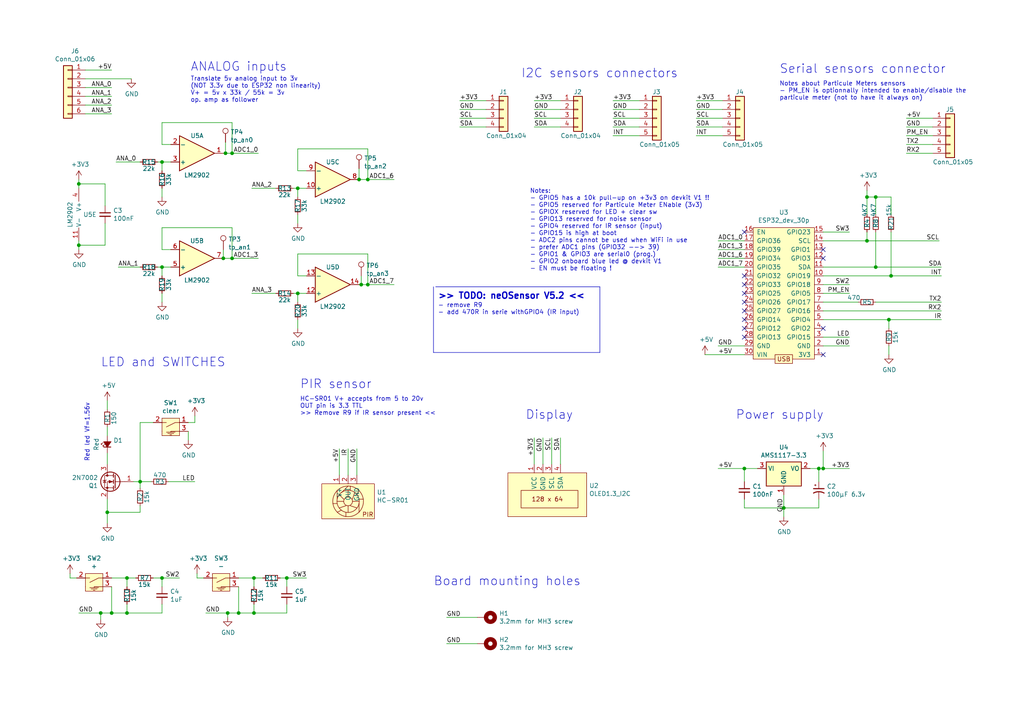
<source format=kicad_sch>
(kicad_sch (version 20230121) (generator eeschema)
  (paper "A4")
  (title_block (title "neOSensor v5.1") (date "2021-02-04") (rev "v5.1") (company "(c) neOCampus / Dr THIEBOLT François") (comment 1 "Univ.Tlse3 / IRIT / neOCampus") (comment 2 "[mar.21][v5.1] corrected Q1 inversion; removed EN tied to 3v3"))
  (lib_symbols
    (symbol "Amplifier_Operational:LM2902" (pin_names (offset 0.127))
      (property "Reference" "U" (at 0 5.08 0))
      (property "Value" "LM2902" (at 0 -5.08 0))
      (symbol "LM2902_1_1"
        (polyline (pts (xy -5.08 5.08) (xy 5.08 0) (xy -5.08 -5.08) (xy -5.08 5.08)) (stroke (width 0.254)) (fill (type background)))
        (pin output line (at 7.62 0 180) (length 2.54) (name "~") (number "1"))
        (pin input line (at -7.62 -2.54 0) (length 2.54) (name "-") (number "2"))
        (pin input line (at -7.62 2.54 0) (length 2.54) (name "+") (number "3"))
      )
      (symbol "LM2902_2_1"
        (polyline (pts (xy -5.08 5.08) (xy 5.08 0) (xy -5.08 -5.08) (xy -5.08 5.08)) (stroke (width 0.254)) (fill (type background)))
        (pin input line (at -7.62 2.54 0) (length 2.54) (name "+") (number "5"))
        (pin input line (at -7.62 -2.54 0) (length 2.54) (name "-") (number "6"))
        (pin output line (at 7.62 0 180) (length 2.54) (name "~") (number "7"))
      )
      (symbol "LM2902_3_1"
        (polyline (pts (xy -5.08 5.08) (xy 5.08 0) (xy -5.08 -5.08) (xy -5.08 5.08)) (stroke (width 0.254)) (fill (type background)))
        (pin input line (at -7.62 2.54 0) (length 2.54) (name "+") (number "10"))
        (pin output line (at 7.62 0 180) (length 2.54) (name "~") (number "8"))
        (pin input line (at -7.62 -2.54 0) (length 2.54) (name "-") (number "9"))
      )
      (symbol "LM2902_4_1"
        (polyline (pts (xy -5.08 5.08) (xy 5.08 0) (xy -5.08 -5.08) (xy -5.08 5.08)) (stroke (width 0.254)) (fill (type background)))
        (pin input line (at -7.62 2.54 0) (length 2.54) (name "+") (number "12"))
        (pin input line (at -7.62 -2.54 0) (length 2.54) (name "-") (number "13"))
        (pin output line (at 7.62 0 180) (length 2.54) (name "~") (number "14"))
      )
      (symbol "LM2902_5_1"
        (pin power_in line (at -2.54 -7.62 90) (length 3.81) (name "V-") (number "11"))
        (pin power_in line (at -2.54 7.62 270) (length 3.81) (name "V+") (number "4"))
      )
    )
    (symbol "Connector:TestPoint" (pin_numbers hide) (pin_names (offset 0.762) hide)
      (property "Reference" "TP" (at 0 6.858 0))
      (property "Value" "TestPoint" (at 0 5.08 0))
      (symbol "TestPoint_0_1"
        (circle (center 0 3.302) (radius 0.762))
      )
      (symbol "TestPoint_1_1"
        (pin passive line (at 0 0 90) (length 2.54) (name "1") (number "1"))
      )
    )
    (symbol "Connector_Generic:Conn_01x04" (pin_names (offset 1.016) hide)
      (property "Reference" "J" (at 0 5.08 0))
      (property "Value" "Conn_01x04" (at 0 -7.62 0))
      (symbol "Conn_01x04_1_1"
        (rectangle (start -1.27 -4.953) (end 0 -5.207) (stroke (width 0.1524)))
        (rectangle (start -1.27 -2.413) (end 0 -2.667) (stroke (width 0.1524)))
        (rectangle (start -1.27 0.127) (end 0 -0.127) (stroke (width 0.1524)))
        (rectangle (start -1.27 2.667) (end 0 2.413) (stroke (width 0.1524)))
        (rectangle (start -1.27 3.81) (end 1.27 -6.35) (stroke (width 0.254)) (fill (type background)))
        (pin passive line (at -5.08 2.54 0) (length 3.81) (name "Pin_1") (number "1"))
        (pin passive line (at -5.08 0 0) (length 3.81) (name "Pin_2") (number "2"))
        (pin passive line (at -5.08 -2.54 0) (length 3.81) (name "Pin_3") (number "3"))
        (pin passive line (at -5.08 -5.08 0) (length 3.81) (name "Pin_4") (number "4"))
      )
    )
    (symbol "Connector_Generic:Conn_01x05" (pin_names (offset 1.016) hide)
      (property "Reference" "J" (at 0 7.62 0))
      (property "Value" "Conn_01x05" (at 0 -7.62 0))
      (symbol "Conn_01x05_1_1"
        (rectangle (start -1.27 -4.953) (end 0 -5.207) (stroke (width 0.1524)))
        (rectangle (start -1.27 -2.413) (end 0 -2.667) (stroke (width 0.1524)))
        (rectangle (start -1.27 0.127) (end 0 -0.127) (stroke (width 0.1524)))
        (rectangle (start -1.27 2.667) (end 0 2.413) (stroke (width 0.1524)))
        (rectangle (start -1.27 5.207) (end 0 4.953) (stroke (width 0.1524)))
        (rectangle (start -1.27 6.35) (end 1.27 -6.35) (stroke (width 0.254)) (fill (type background)))
        (pin passive line (at -5.08 5.08 0) (length 3.81) (name "Pin_1") (number "1"))
        (pin passive line (at -5.08 2.54 0) (length 3.81) (name "Pin_2") (number "2"))
        (pin passive line (at -5.08 0 0) (length 3.81) (name "Pin_3") (number "3"))
        (pin passive line (at -5.08 -2.54 0) (length 3.81) (name "Pin_4") (number "4"))
        (pin passive line (at -5.08 -5.08 0) (length 3.81) (name "Pin_5") (number "5"))
      )
    )
    (symbol "Connector_Generic:Conn_01x06" (pin_names (offset 1.016) hide)
      (property "Reference" "J" (at 0 7.62 0))
      (property "Value" "Conn_01x06" (at 0 -10.16 0))
      (symbol "Conn_01x06_1_1"
        (rectangle (start -1.27 -7.493) (end 0 -7.747) (stroke (width 0.1524)))
        (rectangle (start -1.27 -4.953) (end 0 -5.207) (stroke (width 0.1524)))
        (rectangle (start -1.27 -2.413) (end 0 -2.667) (stroke (width 0.1524)))
        (rectangle (start -1.27 0.127) (end 0 -0.127) (stroke (width 0.1524)))
        (rectangle (start -1.27 2.667) (end 0 2.413) (stroke (width 0.1524)))
        (rectangle (start -1.27 5.207) (end 0 4.953) (stroke (width 0.1524)))
        (rectangle (start -1.27 6.35) (end 1.27 -8.89) (stroke (width 0.254)) (fill (type background)))
        (pin passive line (at -5.08 5.08 0) (length 3.81) (name "Pin_1") (number "1"))
        (pin passive line (at -5.08 2.54 0) (length 3.81) (name "Pin_2") (number "2"))
        (pin passive line (at -5.08 0 0) (length 3.81) (name "Pin_3") (number "3"))
        (pin passive line (at -5.08 -2.54 0) (length 3.81) (name "Pin_4") (number "4"))
        (pin passive line (at -5.08 -5.08 0) (length 3.81) (name "Pin_5") (number "5"))
        (pin passive line (at -5.08 -7.62 0) (length 3.81) (name "Pin_6") (number "6"))
      )
    )
    (symbol "Device:CP1_Small" (pin_numbers hide) (pin_names (offset 0.254) hide)
      (property "Reference" "C" (at 0.254 1.778 0))
      (property "Value" "Device_CP1_Small" (at 0.254 -2.032 0))
      (symbol "CP1_Small_0_1"
        (polyline (pts (xy -1.524 0.508) (xy 1.524 0.508)) (stroke (width 0.3048)))
        (polyline (pts (xy -1.27 1.524) (xy -0.762 1.524)))
        (polyline (pts (xy -1.016 1.27) (xy -1.016 1.778)))
        (arc (start 1.524 -0.762) (mid 0 -0.3734) (end -1.524 -0.762) (stroke (width 0.3048)))
      )
      (symbol "CP1_Small_1_1"
        (pin passive line (at 0 2.54 270) (length 2.032) (name "~") (number "1"))
        (pin passive line (at 0 -2.54 90) (length 2.032) (name "~") (number "2"))
      )
    )
    (symbol "Device:C_Small" (pin_numbers hide) (pin_names (offset 0.254) hide)
      (property "Reference" "C" (at 0.254 1.778 0))
      (property "Value" "C_Small" (at 0.254 -2.032 0))
      (symbol "C_Small_0_1"
        (polyline (pts (xy -1.524 -0.508) (xy 1.524 -0.508)) (stroke (width 0.3302)))
        (polyline (pts (xy -1.524 0.508) (xy 1.524 0.508)) (stroke (width 0.3048)))
      )
      (symbol "C_Small_1_1"
        (pin passive line (at 0 2.54 270) (length 2.032) (name "~") (number "1"))
        (pin passive line (at 0 -2.54 90) (length 2.032) (name "~") (number "2"))
      )
    )
    (symbol "Device:LED_Small_ALT" (pin_numbers hide) (pin_names (offset 0.254) hide)
      (property "Reference" "D" (at -1.27 3.175 0))
      (property "Value" "Device_LED_Small_ALT" (at -4.445 -2.54 0))
      (symbol "LED_Small_ALT_0_1"
        (polyline (pts (xy -0.762 -1.016) (xy -0.762 1.016)) (stroke (width 0.254)))
        (polyline (pts (xy 1.016 0) (xy -0.762 0)))
        (polyline (pts (xy 0.762 -1.016) (xy -0.762 0) (xy 0.762 1.016) (xy 0.762 -1.016)) (stroke (width 0.254)) (fill (type outline)))
        (polyline (pts (xy 0 0.762) (xy -0.508 1.27) (xy -0.254 1.27) (xy -0.508 1.27) (xy -0.508 1.016)))
        (polyline (pts (xy 0.508 1.27) (xy 0 1.778) (xy 0.254 1.778) (xy 0 1.778) (xy 0 1.524)))
      )
      (symbol "LED_Small_ALT_1_1"
        (pin passive line (at -2.54 0 0) (length 1.778) (name "K") (number "1"))
        (pin passive line (at 2.54 0 180) (length 1.778) (name "A") (number "2"))
      )
    )
    (symbol "Device:R_Small" (pin_numbers hide) (pin_names (offset 0.254) hide)
      (property "Reference" "R" (at 0.762 0.508 0))
      (property "Value" "R_Small" (at 0.762 -1.016 0))
      (symbol "R_Small_0_1"
        (rectangle (start -0.762 1.778) (end 0.762 -1.778) (stroke (width 0.2032)))
      )
      (symbol "R_Small_1_1"
        (pin passive line (at 0 2.54 270) (length 0.762) (name "~") (number "1"))
        (pin passive line (at 0 -2.54 90) (length 0.762) (name "~") (number "2"))
      )
    )
    (symbol "Mechanical:MountingHole_Pad" (pin_numbers hide) (pin_names (offset 1.016) hide)
      (property "Reference" "H" (at 0 6.35 0))
      (property "Value" "MountingHole_Pad" (at 0 4.445 0))
      (symbol "MountingHole_Pad_0_1"
        (circle (center 0 1.27) (radius 1.27) (stroke (width 1.27)))
      )
      (symbol "MountingHole_Pad_1_1"
        (pin input line (at 0 -2.54 90) (length 2.54) (name "1") (number "1"))
      )
    )
    (symbol "Regulator_Linear:AMS1117-3.3"
      (property "Reference" "U" (at -3.81 3.175 0))
      (property "Value" "AMS1117-3.3" (at 0 3.175 0))
      (symbol "AMS1117-3.3_0_1"
        (rectangle (start -5.08 -5.08) (end 5.08 1.905) (stroke (width 0.254)) (fill (type background)))
      )
      (symbol "AMS1117-3.3_1_1"
        (pin power_in line (at 0 -7.62 90) (length 2.54) (name "GND") (number "1"))
        (pin power_out line (at 7.62 0 180) (length 2.54) (name "VO") (number "2"))
        (pin power_in line (at -7.62 0 0) (length 2.54) (name "VI") (number "3"))
      )
    )
    (symbol "Transistor_FET:2N7002" (pin_names hide)
      (property "Reference" "Q" (at 5.08 1.905 0))
      (property "Value" "2N7002" (at 5.08 0 0))
      (symbol "2N7002_0_1"
        (polyline (pts (xy 0.254 0) (xy -2.54 0)))
        (polyline (pts (xy 0.254 1.905) (xy 0.254 -1.905)) (stroke (width 0.254)))
        (polyline (pts (xy 0.762 -1.27) (xy 0.762 -2.286)) (stroke (width 0.254)))
        (polyline (pts (xy 0.762 0.508) (xy 0.762 -0.508)) (stroke (width 0.254)))
        (polyline (pts (xy 0.762 2.286) (xy 0.762 1.27)) (stroke (width 0.254)))
        (polyline (pts (xy 2.54 2.54) (xy 2.54 1.778)))
        (polyline (pts (xy 2.54 -2.54) (xy 2.54 0) (xy 0.762 0)))
        (polyline (pts (xy 0.762 -1.778) (xy 3.302 -1.778) (xy 3.302 1.778) (xy 0.762 1.778)))
        (polyline (pts (xy 1.016 0) (xy 2.032 0.381) (xy 2.032 -0.381) (xy 1.016 0)) (fill (type outline)))
        (polyline (pts (xy 2.794 0.508) (xy 2.921 0.381) (xy 3.683 0.381) (xy 3.81 0.254)))
        (polyline (pts (xy 3.302 0.381) (xy 2.921 -0.254) (xy 3.683 -0.254) (xy 3.302 0.381)))
        (circle (center 1.651 0) (radius 2.794) (stroke (width 0.254)))
        (circle (center 2.54 -1.778) (radius 0.254) (fill (type outline)))
        (circle (center 2.54 1.778) (radius 0.254) (fill (type outline)))
      )
      (symbol "2N7002_1_1"
        (pin input line (at -5.08 0 0) (length 2.54) (name "G") (number "1"))
        (pin passive line (at 2.54 -5.08 90) (length 2.54) (name "S") (number "2"))
        (pin passive line (at 2.54 5.08 270) (length 2.54) (name "D") (number "3"))
      )
    )
    (symbol "neosensor_addon:ESP32_dev_30p" (pin_names (offset 1.016))
      (property "Reference" "U" (at 0 -20.32 0))
      (property "Value" "ESP32_dev_30p" (at 0 21.59 0))
      (symbol "ESP32_dev_30p_0_0"
        (text "USB" (at 0 -17.78 0) (effects (font (size 1.27 1.27))))
      )
      (symbol "ESP32_dev_30p_0_1"
        (polyline (pts (xy -8.89 20.32) (xy 8.89 20.32) (xy 8.89 -17.78) (xy 2.54 -17.78) (xy 2.54 -16.51) (xy -2.54 -16.51) (xy -2.54 -19.05) (xy 2.54 -19.05) (xy 2.54 -16.51) (xy -2.54 -16.51) (xy -2.54 -17.78) (xy -8.89 -17.78) (xy -8.89 20.32)) (fill (type background)))
      )
      (symbol "ESP32_dev_30p_1_1"
        (pin power_out line (at 11.43 -16.51 180) (length 2.54) (name "3V3") (number "1"))
        (pin bidirectional line (at 11.43 6.35 180) (length 2.54) (name "GPIO19") (number "10"))
        (pin bidirectional line (at 11.43 8.89 180) (length 2.54) (name "SDA") (number "11"))
        (pin bidirectional line (at 11.43 11.43 180) (length 2.54) (name "GPIO3") (number "12"))
        (pin bidirectional line (at 11.43 13.97 180) (length 2.54) (name "GPIO1") (number "13"))
        (pin bidirectional line (at 11.43 16.51 180) (length 2.54) (name "SCL") (number "14"))
        (pin bidirectional line (at 11.43 19.05 180) (length 2.54) (name "GPIO23") (number "15"))
        (pin input line (at -11.43 19.05 0) (length 2.54) (name "EN") (number "16"))
        (pin bidirectional line (at -11.43 16.51 0) (length 2.54) (name "GPIO36") (number "17"))
        (pin bidirectional line (at -11.43 13.97 0) (length 2.54) (name "GPIO39") (number "18"))
        (pin bidirectional line (at -11.43 11.43 0) (length 2.54) (name "GPIO34") (number "19"))
        (pin power_in line (at 11.43 -13.97 180) (length 2.54) (name "GND") (number "2"))
        (pin bidirectional line (at -11.43 8.89 0) (length 2.54) (name "GPIO35") (number "20"))
        (pin bidirectional line (at -11.43 6.35 0) (length 2.54) (name "GPIO32") (number "21"))
        (pin bidirectional line (at -11.43 3.81 0) (length 2.54) (name "GPIO33") (number "22"))
        (pin bidirectional line (at -11.43 1.27 0) (length 2.54) (name "GPIO25") (number "23"))
        (pin bidirectional line (at -11.43 -1.27 0) (length 2.54) (name "GPIO26") (number "24"))
        (pin bidirectional line (at -11.43 -3.81 0) (length 2.54) (name "GPIO27") (number "25"))
        (pin bidirectional line (at -11.43 -6.35 0) (length 2.54) (name "GPIO14") (number "26"))
        (pin bidirectional line (at -11.43 -8.89 0) (length 2.54) (name "GPIO12") (number "27"))
        (pin bidirectional line (at -11.43 -11.43 0) (length 2.54) (name "GPIO13") (number "28"))
        (pin power_in line (at -11.43 -13.97 0) (length 2.54) (name "GND") (number "29"))
        (pin bidirectional line (at 11.43 -11.43 180) (length 2.54) (name "GPIO15") (number "3"))
        (pin power_in line (at -11.43 -16.51 0) (length 2.54) (name "VIN") (number "30"))
        (pin bidirectional line (at 11.43 -8.89 180) (length 2.54) (name "GPIO2") (number "4"))
        (pin bidirectional line (at 11.43 -6.35 180) (length 2.54) (name "GPIO4") (number "5"))
        (pin bidirectional line (at 11.43 -3.81 180) (length 2.54) (name "GPIO16") (number "6"))
        (pin bidirectional line (at 11.43 -1.27 180) (length 2.54) (name "GPIO17") (number "7"))
        (pin bidirectional line (at 11.43 1.27 180) (length 2.54) (name "GPIO5") (number "8"))
        (pin bidirectional line (at 11.43 3.81 180) (length 2.54) (name "GPIO18") (number "9"))
      )
    )
    (symbol "neosensor_addon:G71Y" (pin_names (offset 1.016))
      (property "Reference" "SW" (at 0 2.54 0))
      (property "Value" "G71Y" (at 0 -5.08 0))
      (symbol "G71Y_0_1"
        (polyline (pts (xy -1.27 -2.794) (xy 1.27 -2.794)))
        (polyline (pts (xy -0.889 -3.175) (xy 0.889 -3.175)))
        (polyline (pts (xy -0.254 -3.556) (xy 0.254 -3.556)))
        (polyline (pts (xy 1.27 0) (xy 2.54 0)))
        (polyline (pts (xy -2.54 -2.54) (xy 0 -2.54) (xy 0 -2.794)))
        (polyline (pts (xy -2.54 0) (xy -1.27 0) (xy 1.27 -1.27)))
        (polyline (pts (xy -2.54 1.27) (xy 2.54 1.27) (xy 2.54 -3.81) (xy -2.54 -3.81) (xy -2.54 1.27)) (fill (type background)))
        (rectangle (start 2.54 -2.54) (end 2.54 -2.54) (fill (type outline)))
      )
      (symbol "G71Y_1_1"
        (pin passive line (at -5.08 0 0) (length 2.54) (name "~") (number "1"))
        (pin passive line (at 5.08 0 180) (length 2.54) (name "~") (number "2"))
        (pin passive line (at -5.08 -2.54 0) (length 2.54) (name "~") (number "3"))
      )
    )
    (symbol "neosensor_addon:HC-SR01" (pin_names (offset 1.016))
      (property "Reference" "U" (at 0 -6.35 0))
      (property "Value" "HC-SR01" (at -6.35 0 90))
      (symbol "HC-SR01_0_0"
        (text "PIR" (at 5.715 -3.81 0) (effects (font (size 1.27 1.27))))
      )
      (symbol "HC-SR01_0_1"
        (rectangle (start -7.62 5.08) (end 7.62 -5.08) (fill (type background)))
        (polyline (pts (xy -3.175 -3.175) (xy -1.905 -2.54)))
        (polyline (pts (xy -3.175 -0.635) (xy -4.445 -0.635)))
        (polyline (pts (xy -3.175 0.635) (xy -3.175 3.175)))
        (polyline (pts (xy -2.54 -1.905) (xy -0.635 -1.27)))
        (polyline (pts (xy -1.905 2.54) (xy 0 4.445)))
        (polyline (pts (xy -1.27 0) (xy -3.175 0)))
        (polyline (pts (xy -1.27 0.635) (xy -2.54 1.905)))
        (polyline (pts (xy -0.635 -3.175) (xy -0.635 -4.445)))
        (polyline (pts (xy 0 -1.27) (xy 0 -3.175)))
        (polyline (pts (xy 0.635 -1.27) (xy 2.54 -1.905)))
        (polyline (pts (xy 0.635 3.175) (xy 0.635 4.445)))
        (polyline (pts (xy 1.27 0) (xy 3.175 0)))
        (polyline (pts (xy 1.27 0.635) (xy 1.905 2.54)))
        (polyline (pts (xy 2.54 1.905) (xy 3.175 3.175)))
        (polyline (pts (xy 3.175 -0.635) (xy 3.175 -3.175)))
        (polyline (pts (xy 3.175 0.635) (xy 4.445 0.635)))
        (polyline (pts (xy 0 1.27) (xy 0 3.175) (xy 0 1.27)))
        (circle (center 0 0) (radius 1.27))
        (circle (center 0 0) (radius 3.2258))
        (circle (center 0 0) (radius 4.445))
      )
      (symbol "HC-SR01_1_1"
        (pin power_in line (at -2.54 7.62 270) (length 2.54) (name "V+") (number "1"))
        (pin output line (at 0 7.62 270) (length 2.54) (name "OUT") (number "2"))
        (pin power_in line (at 2.54 7.62 270) (length 2.54) (name "GND") (number "3"))
      )
    )
    (symbol "neosensor_addon:OLED1.3_I2C" (pin_names (offset 1.016))
      (property "Reference" "U" (at 0 -10.16 0))
      (property "Value" "OLED1.3_I2C" (at -10.16 -2.54 90))
      (symbol "OLED1.3_I2C_0_0"
        (text "128 x 64" (at 0 -3.81 0) (effects (font (size 1.27 1.27))))
      )
      (symbol "OLED1.3_I2C_0_1"
        (rectangle (start -11.43 3.81) (end 11.43 -8.89) (fill (type background)))
        (rectangle (start -7.62 -1.27) (end 8.89 -6.35))
      )
      (symbol "OLED1.3_I2C_1_1"
        (pin power_in line (at -3.81 6.35 270) (length 2.54) (name "VCC") (number "1"))
        (pin power_in line (at -1.27 6.35 270) (length 2.54) (name "GND") (number "2"))
        (pin bidirectional line (at 1.27 6.35 270) (length 2.54) (name "SCL") (number "3"))
        (pin bidirectional line (at 3.81 6.35 270) (length 2.54) (name "SDA") (number "4"))
      )
    )
    (symbol "power:+3V3" (power) (pin_names (offset 0))
      (property "Value" "+3V3" (at 0 3.556 0))
      (symbol "+3V3_0_1"
        (polyline (pts (xy -0.762 1.27) (xy 0 2.54)))
        (polyline (pts (xy 0 0) (xy 0 2.54)))
        (polyline (pts (xy 0 2.54) (xy 0.762 1.27)))
      )
      (symbol "+3V3_1_1"
        (pin power_in line (at 0 0 90) (length 0) hide (name "+3V3") (number "1"))
      )
    )
    (symbol "power:+5V" (power) (pin_names (offset 0))
      (property "Value" "+5V" (at 0 3.556 0))
      (symbol "+5V_0_1"
        (polyline (pts (xy -0.762 1.27) (xy 0 2.54)))
        (polyline (pts (xy 0 0) (xy 0 2.54)))
        (polyline (pts (xy 0 2.54) (xy 0.762 1.27)))
      )
      (symbol "+5V_1_1"
        (pin power_in line (at 0 0 90) (length 0) hide (name "+5V") (number "1"))
      )
    )
    (symbol "power:GND" (power) (pin_names (offset 0))
      (property "Value" "GND" (at 0 -3.81 0))
      (symbol "GND_0_1"
        (polyline (pts (xy 0 0) (xy 0 -1.27) (xy 1.27 -1.27) (xy 0 -2.54) (xy -1.27 -1.27) (xy 0 -1.27)))
      )
      (symbol "GND_1_1"
        (pin power_in line (at 0 0 270) (length 0) hide (name "GND") (number "1"))
      )
    )
  )
  (junction (at 238.76 135.89))
  (junction (at 104.14 52.07))
  (junction (at 254 57.15))
  (junction (at 46.99 77.47))
  (junction (at 104.775 82.55))
  (junction (at 32.385 177.8))
  (junction (at 257.81 92.71))
  (junction (at 215.9 135.89))
  (junction (at 86.36 54.61))
  (junction (at 22.86 71.12))
  (junction (at 67.31 74.93))
  (junction (at 106.68 52.07))
  (junction (at 36.83 177.8))
  (junction (at 46.99 46.99))
  (junction (at 251.46 69.85))
  (junction (at 73.66 167.64))
  (junction (at 106.68 82.55))
  (junction (at 254 77.47))
  (junction (at 251.46 57.15))
  (junction (at 69.215 177.8))
  (junction (at 86.36 85.09))
  (junction (at 65.405 44.45))
  (junction (at 31.115 148.59))
  (junction (at 64.77 74.93))
  (junction (at 227.33 147.32))
  (junction (at 67.31 44.45))
  (junction (at 73.66 177.8))
  (junction (at 29.21 177.8))
  (junction (at 46.99 167.64))
  (junction (at 22.86 53.34))
  (junction (at 258.445 80.01))
  (junction (at 83.185 167.64))
  (junction (at 66.04 177.8))
  (junction (at 40.64 139.7))
  (junction (at 36.83 167.64))
  (junction (at 237.49 135.89))
  (no_connect (at 238.76 72.39))
  (no_connect (at 215.9 97.79))
  (no_connect (at 215.9 87.63))
  (no_connect (at 238.76 74.93))
  (no_connect (at 215.9 90.17))
  (no_connect (at 215.9 67.31))
  (no_connect (at 215.9 92.71))
  (no_connect (at 215.9 95.25))
  (no_connect (at 215.9 80.01))
  (no_connect (at 238.76 95.25))
  (no_connect (at 215.9 82.55))
  (no_connect (at 238.76 102.87))
  (no_connect (at 215.9 85.09))
  (wire (pts (xy 29.21 177.8) (xy 29.21 179.705)))
  (wire (pts (xy 209.55 29.21) (xy 201.93 29.21)))
  (polyline (pts (xy 173.99 102.235) (xy 125.73 102.235)))
  (wire (pts (xy 254 77.47) (xy 273.05 77.47)))
  (wire (pts (xy 258.445 62.23) (xy 258.445 57.15)))
  (wire (pts (xy 204.47 102.87) (xy 215.9 102.87)))
  (wire (pts (xy 36.83 177.8) (xy 36.83 175.26)))
  (wire (pts (xy 40.64 141.605) (xy 40.64 139.7)))
  (wire (pts (xy 83.185 175.26) (xy 83.185 177.8)))
  (wire (pts (xy 56.515 122.555) (xy 56.515 120.65)))
  (wire (pts (xy 67.31 66.04) (xy 67.31 74.93)))
  (wire (pts (xy 251.46 57.15) (xy 251.46 62.23)))
  (wire (pts (xy 177.8 34.29) (xy 185.42 34.29)))
  (wire (pts (xy 238.76 130.81) (xy 238.76 135.89)))
  (wire (pts (xy 208.28 69.85) (xy 215.9 69.85)))
  (wire (pts (xy 46.99 41.91) (xy 46.99 35.56)))
  (wire (pts (xy 88.9 85.09) (xy 86.36 85.09)))
  (wire (pts (xy 237.49 147.32) (xy 227.33 147.32)))
  (wire (pts (xy 40.64 148.59) (xy 31.115 148.59)))
  (wire (pts (xy 38.735 139.7) (xy 40.64 139.7)))
  (wire (pts (xy 66.04 177.8) (xy 69.215 177.8)))
  (wire (pts (xy 31.115 131.445) (xy 31.115 134.62)))
  (wire (pts (xy 32.385 30.48) (xy 24.765 30.48)))
  (wire (pts (xy 238.76 69.85) (xy 251.46 69.85)))
  (wire (pts (xy 177.8 39.37) (xy 185.42 39.37)))
  (wire (pts (xy 24.765 20.32) (xy 32.385 20.32)))
  (wire (pts (xy 22.86 177.8) (xy 29.21 177.8)))
  (wire (pts (xy 81.28 167.64) (xy 83.185 167.64)))
  (wire (pts (xy 30.48 53.34) (xy 22.86 53.34)))
  (wire (pts (xy 106.68 52.07) (xy 114.3 52.07)))
  (wire (pts (xy 48.895 139.7) (xy 56.515 139.7)))
  (wire (pts (xy 64.77 72.39) (xy 64.77 74.93)))
  (polyline (pts (xy 126.365 83.185) (xy 173.99 83.185)))
  (wire (pts (xy 46.99 35.56) (xy 67.31 35.56)))
  (wire (pts (xy 40.64 139.7) (xy 43.815 139.7)))
  (wire (pts (xy 69.215 177.8) (xy 73.66 177.8)))
  (wire (pts (xy 201.93 36.83) (xy 209.55 36.83)))
  (wire (pts (xy 46.99 167.64) (xy 52.07 167.64)))
  (wire (pts (xy 103.505 130.175) (xy 103.505 137.795)))
  (wire (pts (xy 257.81 95.25) (xy 257.81 92.71)))
  (wire (pts (xy 254 67.31) (xy 254 77.47)))
  (wire (pts (xy 208.28 135.89) (xy 215.9 135.89)))
  (wire (pts (xy 67.31 44.45) (xy 65.405 44.45)))
  (wire (pts (xy 32.385 33.02) (xy 24.765 33.02)))
  (wire (pts (xy 45.72 77.47) (xy 46.99 77.47)))
  (wire (pts (xy 31.115 126.365) (xy 31.115 123.825)))
  (wire (pts (xy 185.42 29.21) (xy 177.8 29.21)))
  (wire (pts (xy 88.9 54.61) (xy 86.36 54.61)))
  (wire (pts (xy 46.99 177.8) (xy 36.83 177.8)))
  (wire (pts (xy 86.36 62.23) (xy 86.36 64.77)))
  (wire (pts (xy 46.99 77.47) (xy 46.99 80.01)))
  (wire (pts (xy 46.99 72.39) (xy 46.99 66.04)))
  (wire (pts (xy 46.99 170.18) (xy 46.99 167.64)))
  (wire (pts (xy 32.385 177.8) (xy 36.83 177.8)))
  (wire (pts (xy 129.54 179.07) (xy 138.43 179.07)))
  (wire (pts (xy 54.61 122.555) (xy 56.515 122.555)))
  (wire (pts (xy 208.28 77.47) (xy 215.9 77.47)))
  (wire (pts (xy 140.97 29.21) (xy 133.35 29.21)))
  (wire (pts (xy 106.68 82.55) (xy 114.3 82.55)))
  (wire (pts (xy 49.53 72.39) (xy 46.99 72.39)))
  (wire (pts (xy 238.76 135.89) (xy 246.38 135.89)))
  (wire (pts (xy 22.86 52.07) (xy 22.86 53.34)))
  (wire (pts (xy 85.09 85.09) (xy 86.36 85.09)))
  (wire (pts (xy 32.385 27.94) (xy 24.765 27.94)))
  (wire (pts (xy 106.68 52.07) (xy 104.14 52.07)))
  (wire (pts (xy 106.68 43.18) (xy 106.68 52.07)))
  (wire (pts (xy 157.48 134.62) (xy 157.48 127)))
  (wire (pts (xy 57.15 166.37) (xy 57.15 167.64)))
  (wire (pts (xy 104.775 80.01) (xy 104.775 82.55)))
  (wire (pts (xy 208.28 72.39) (xy 215.9 72.39)))
  (wire (pts (xy 201.93 34.29) (xy 209.55 34.29)))
  (wire (pts (xy 40.64 146.685) (xy 40.64 148.59)))
  (wire (pts (xy 251.46 67.31) (xy 251.46 69.85)))
  (wire (pts (xy 162.56 29.21) (xy 154.94 29.21)))
  (wire (pts (xy 31.115 148.59) (xy 31.115 144.78)))
  (wire (pts (xy 86.36 54.61) (xy 86.36 57.15)))
  (wire (pts (xy 69.215 170.18) (xy 69.215 177.8)))
  (wire (pts (xy 238.76 92.71) (xy 257.81 92.71)))
  (wire (pts (xy 201.93 31.75) (xy 209.55 31.75)))
  (wire (pts (xy 45.72 46.99) (xy 46.99 46.99)))
  (wire (pts (xy 46.99 85.09) (xy 46.99 87.63)))
  (wire (pts (xy 254 87.63) (xy 273.05 87.63)))
  (wire (pts (xy 73.025 54.61) (xy 80.01 54.61)))
  (wire (pts (xy 39.37 167.64) (xy 36.83 167.64)))
  (wire (pts (xy 215.9 135.89) (xy 219.71 135.89)))
  (wire (pts (xy 258.445 57.15) (xy 254 57.15)))
  (wire (pts (xy 257.81 102.87) (xy 257.81 100.33)))
  (wire (pts (xy 22.86 72.39) (xy 22.86 71.12)))
  (wire (pts (xy 32.385 170.18) (xy 32.385 177.8)))
  (wire (pts (xy 67.31 74.93) (xy 64.77 74.93)))
  (wire (pts (xy 104.14 48.895) (xy 104.14 52.07)))
  (wire (pts (xy 133.35 34.29) (xy 140.97 34.29)))
  (wire (pts (xy 251.46 69.85) (xy 272.415 69.85)))
  (wire (pts (xy 215.9 139.7) (xy 215.9 135.89)))
  (wire (pts (xy 22.86 71.12) (xy 22.86 69.85)))
  (wire (pts (xy 160.02 134.62) (xy 160.02 127)))
  (wire (pts (xy 49.53 41.91) (xy 46.99 41.91)))
  (wire (pts (xy 24.765 22.86) (xy 38.1 22.86)))
  (wire (pts (xy 67.31 44.45) (xy 74.93 44.45)))
  (wire (pts (xy 262.89 41.91) (xy 270.51 41.91)))
  (wire (pts (xy 54.61 125.095) (xy 54.61 127.635)))
  (wire (pts (xy 100.965 130.175) (xy 100.965 137.795)))
  (wire (pts (xy 237.49 139.7) (xy 237.49 135.89)))
  (wire (pts (xy 73.66 167.64) (xy 73.66 170.18)))
  (wire (pts (xy 76.2 167.64) (xy 73.66 167.64)))
  (wire (pts (xy 238.76 87.63) (xy 248.92 87.63)))
  (wire (pts (xy 238.76 77.47) (xy 254 77.47)))
  (wire (pts (xy 86.36 92.71) (xy 86.36 95.25)))
  (wire (pts (xy 86.36 49.53) (xy 86.36 43.18)))
  (wire (pts (xy 86.36 43.18) (xy 106.68 43.18)))
  (wire (pts (xy 83.185 170.18) (xy 83.185 167.64)))
  (wire (pts (xy 227.33 147.32) (xy 227.33 143.51)))
  (wire (pts (xy 88.9 49.53) (xy 86.36 49.53)))
  (wire (pts (xy 46.99 175.26) (xy 46.99 177.8)))
  (wire (pts (xy 162.56 134.62) (xy 162.56 127)))
  (wire (pts (xy 106.68 73.66) (xy 106.68 82.55)))
  (wire (pts (xy 44.45 167.64) (xy 46.99 167.64)))
  (wire (pts (xy 36.83 167.64) (xy 36.83 170.18)))
  (wire (pts (xy 246.38 67.31) (xy 238.76 67.31)))
  (wire (pts (xy 85.09 54.61) (xy 86.36 54.61)))
  (wire (pts (xy 154.94 36.83) (xy 162.56 36.83)))
  (wire (pts (xy 22.86 53.34) (xy 22.86 54.61)))
  (wire (pts (xy 57.15 167.64) (xy 59.055 167.64)))
  (wire (pts (xy 20.32 167.64) (xy 22.225 167.64)))
  (wire (pts (xy 86.36 80.01) (xy 86.36 73.66)))
  (wire (pts (xy 104.775 82.55) (xy 104.14 82.55)))
  (wire (pts (xy 238.76 85.09) (xy 246.38 85.09)))
  (wire (pts (xy 258.445 80.01) (xy 273.05 80.01)))
  (wire (pts (xy 98.425 130.175) (xy 98.425 137.795)))
  (wire (pts (xy 238.76 90.17) (xy 273.05 90.17)))
  (wire (pts (xy 257.81 92.71) (xy 273.05 92.71)))
  (wire (pts (xy 32.385 167.64) (xy 36.83 167.64)))
  (wire (pts (xy 30.48 71.12) (xy 22.86 71.12)))
  (wire (pts (xy 32.385 25.4) (xy 24.765 25.4)))
  (wire (pts (xy 33.655 46.99) (xy 40.64 46.99)))
  (wire (pts (xy 262.89 39.37) (xy 270.51 39.37)))
  (wire (pts (xy 106.68 82.55) (xy 104.775 82.55)))
  (wire (pts (xy 215.9 100.33) (xy 208.28 100.33)))
  (wire (pts (xy 177.8 36.83) (xy 185.42 36.83)))
  (wire (pts (xy 237.49 135.89) (xy 238.76 135.89)))
  (wire (pts (xy 154.94 31.75) (xy 162.56 31.75)))
  (wire (pts (xy 31.115 151.765) (xy 31.115 148.59)))
  (wire (pts (xy 246.38 82.55) (xy 238.76 82.55)))
  (wire (pts (xy 251.46 57.15) (xy 254 57.15)))
  (wire (pts (xy 46.99 66.04) (xy 67.31 66.04)))
  (wire (pts (xy 49.53 77.47) (xy 46.99 77.47)))
  (wire (pts (xy 20.32 166.37) (xy 20.32 167.64)))
  (wire (pts (xy 66.04 177.8) (xy 66.04 179.07)))
  (wire (pts (xy 215.9 147.32) (xy 227.33 147.32)))
  (wire (pts (xy 65.405 44.45) (xy 64.77 44.45)))
  (wire (pts (xy 83.185 167.64) (xy 88.9 167.64)))
  (wire (pts (xy 73.025 85.09) (xy 80.01 85.09)))
  (wire (pts (xy 133.35 31.75) (xy 140.97 31.75)))
  (wire (pts (xy 177.8 31.75) (xy 185.42 31.75)))
  (wire (pts (xy 251.46 55.245) (xy 251.46 57.15)))
  (wire (pts (xy 73.66 177.8) (xy 73.66 175.26)))
  (wire (pts (xy 154.94 134.62) (xy 154.94 127)))
  (wire (pts (xy 88.9 80.01) (xy 86.36 80.01)))
  (wire (pts (xy 237.49 144.78) (xy 237.49 147.32)))
  (wire (pts (xy 65.405 41.275) (xy 65.405 44.45)))
  (wire (pts (xy 46.99 54.61) (xy 46.99 57.15)))
  (wire (pts (xy 86.36 85.09) (xy 86.36 87.63)))
  (wire (pts (xy 30.48 59.69) (xy 30.48 53.34)))
  (polyline (pts (xy 125.73 102.235) (xy 125.73 83.185)))
  (wire (pts (xy 31.115 118.745) (xy 31.115 116.205)))
  (wire (pts (xy 67.31 74.93) (xy 74.93 74.93)))
  (wire (pts (xy 40.64 122.555) (xy 40.64 139.7)))
  (wire (pts (xy 208.28 74.93) (xy 215.9 74.93)))
  (wire (pts (xy 59.69 177.8) (xy 66.04 177.8)))
  (wire (pts (xy 227.33 149.86) (xy 227.33 147.32)))
  (wire (pts (xy 246.38 97.79) (xy 238.76 97.79)))
  (wire (pts (xy 44.45 122.555) (xy 40.64 122.555)))
  (wire (pts (xy 215.9 144.78) (xy 215.9 147.32)))
  (wire (pts (xy 254 57.15) (xy 254 62.23)))
  (wire (pts (xy 46.99 46.99) (xy 46.99 49.53)))
  (wire (pts (xy 258.445 67.31) (xy 258.445 80.01)))
  (wire (pts (xy 69.215 167.64) (xy 73.66 167.64)))
  (wire (pts (xy 201.93 39.37) (xy 209.55 39.37)))
  (polyline (pts (xy 173.99 83.185) (xy 173.99 102.235)))
  (wire (pts (xy 258.445 80.01) (xy 238.76 80.01)))
  (wire (pts (xy 154.94 34.29) (xy 162.56 34.29)))
  (wire (pts (xy 34.29 77.47) (xy 40.64 77.47)))
  (wire (pts (xy 49.53 46.99) (xy 46.99 46.99)))
  (wire (pts (xy 234.95 135.89) (xy 237.49 135.89)))
  (wire (pts (xy 129.54 186.69) (xy 138.43 186.69)))
  (wire (pts (xy 238.76 100.33) (xy 246.38 100.33)))
  (wire (pts (xy 83.185 177.8) (xy 73.66 177.8)))
  (wire (pts (xy 262.89 34.29) (xy 270.51 34.29)))
  (wire (pts (xy 30.48 64.77) (xy 30.48 71.12)))
  (wire (pts (xy 29.21 177.8) (xy 32.385 177.8)))
  (wire (pts (xy 67.31 35.56) (xy 67.31 44.45)))
  (wire (pts (xy 262.89 44.45) (xy 270.51 44.45)))
  (wire (pts (xy 262.89 36.83) (xy 270.51 36.83)))
  (wire (pts (xy 133.35 36.83) (xy 140.97 36.83)))
  (wire (pts (xy 86.36 73.66) (xy 106.68 73.66)))
  (text "- remove R9\n- add 470R in serie withGPIO4 (IR input)" (at 127 91.44 0) (effects (font (size 1.27 1.27)) (justify left bottom)))
  (text "Board mounting holes" (at 125.73 170.18 0) (effects (font (size 2.54 2.54)) (justify left bottom)))
  (text "Red led Vf=1.56v" (at 26.035 133.985 90) (effects (font (size 1.27 1.27)) (justify left bottom)))
  (text "LED and SWITCHES" (at 29.21 106.68 0) (effects (font (size 2.54 2.54)) (justify left bottom)))
  (text "I2C sensors connectors" (at 151.13 22.86 0) (effects (font (size 2.54 2.54)) (justify left bottom)))
  (text "HC-SR01 V+ accepts from 5 to 20v\nOUT pin is 3.3 TTL\n>> Remove R9 if IR sensor present <<" (at 86.995 120.65 0) (effects (font (size 1.27 1.27)) (justify left bottom)))
  (text ">> TODO: neOSensor V5.2 <<" (at 127 86.995 0) (effects (font (size 1.8034 1.8034) (thickness 0.3607) bold) (justify left bottom)))
  (text "Notes about Particule Meters sensors\n- PM_EN is optionnally intended to enable/disable the\nparticule meter (not to have it always on)" (at 226.06 29.21 0) (effects (font (size 1.27 1.27)) (justify left bottom)))
  (text "PIR sensor" (at 86.995 113.03 0) (effects (font (size 2.54 2.54)) (justify left bottom)))
  (text "ANALOG inputs" (at 55.245 20.955 0) (effects (font (size 2.54 2.54)) (justify left bottom)))
  (text "Notes:\n- GPIO5 has a 10k pull-up on +3v3 on devkit V1 !!\n- GPIO5 reserved for Particule Meter ENable (3v3)\n- GPIOX reserved for LED + clear sw\n- GPIO13 reserved for noise sensor\n- GPIO4 reserved for IR sensor (input)\n- GPIO15 is high at boot\n- ADC2 pins cannot be used when WiFi in use\n- prefer ADC1 pins (GPIO32 --> 39)\n- GPIO1 & GPIO3 are serial0 (prog.)\n- GPIO2 onboard blue led @ devkit V1\n- EN must be floating !" (at 153.67 78.74 0) (effects (font (size 1.27 1.27)) (justify left bottom)))
  (text "Display" (at 152.4 121.92 0) (effects (font (size 2.54 2.54)) (justify left bottom)))
  (text "Translate 5v analog input to 3v\n(NOT 3.3v due to ESP32 non linearity)\nV+ = 5v x 33k / 55k = 3v\nop. amp as follower" (at 55.245 29.845 0) (effects (font (size 1.27 1.27)) (justify left bottom)))
  (text "Serial sensors connector" (at 226.06 21.59 0) (effects (font (size 2.54 2.54)) (justify left bottom)))
  (text "Power supply" (at 213.36 121.92 0) (effects (font (size 2.54 2.54)) (justify left bottom)))
  (label "SDA" (at 201.93 36.83 0))
  (label "ADC1_0" (at 208.28 69.85 0))
  (label "ADC1_6" (at 208.28 74.93 0))
  (label "GND" (at 129.54 186.69 0))
  (label "INT" (at 273.05 80.01 180))
  (label "+5V" (at 208.28 102.87 0))
  (label "LED" (at 56.515 139.7 180))
  (label "SCL" (at 201.93 34.29 0))
  (label "SCL" (at 160.02 127 270))
  (label "+3V3" (at 133.35 29.21 0))
  (label "SDA" (at 162.56 127 270))
  (label "ADC1_0" (at 74.93 44.45 180))
  (label "SW3" (at 246.38 67.31 180))
  (label "IR" (at 273.05 92.71 180))
  (label "GND" (at 154.94 31.75 0))
  (label "ANA_3" (at 73.025 85.09 0))
  (label "+3V3" (at 177.8 29.21 0))
  (label "+3V3" (at 154.94 29.21 0))
  (label "SW2" (at 52.07 167.64 180))
  (label "TX2" (at 273.05 87.63 180))
  (label "GND" (at 201.93 31.75 0))
  (label "GND" (at 177.8 31.75 0))
  (label "TX2" (at 262.89 41.91 0))
  (label "SCL" (at 133.35 34.29 0))
  (label "LED" (at 246.38 97.79 180))
  (label "SW2" (at 246.38 82.55 180))
  (label "SDA" (at 177.8 36.83 0))
  (label "GND" (at 129.54 179.07 0))
  (label "SDA" (at 133.35 36.83 0))
  (label "SCL" (at 272.415 69.85 180))
  (label "+3V3" (at 246.38 135.89 180))
  (label "SDA" (at 154.94 36.83 0))
  (label "INT" (at 177.8 39.37 0))
  (label "ADC1_3" (at 74.93 74.93 180))
  (label "ANA_3" (at 32.385 33.02 180))
  (label "+3V3" (at 201.93 29.21 0))
  (label "GND" (at 262.89 36.83 0))
  (label "+5V" (at 208.28 135.89 0))
  (label "+5V" (at 32.385 20.32 180))
  (label "ANA_2" (at 32.385 30.48 180))
  (label "GND" (at 157.48 127 270))
  (label "ANA_1" (at 32.385 27.94 180))
  (label "GND" (at 227.33 148.59 90))
  (label "GND" (at 246.38 100.33 180))
  (label "INT" (at 201.93 39.37 0))
  (label "ANA_0" (at 32.385 25.4 180))
  (label "SDA" (at 273.05 77.47 180))
  (label "GND" (at 59.69 177.8 0))
  (label "+3V3" (at 154.94 127 270))
  (label "GND" (at 22.86 177.8 0))
  (label "SCL" (at 177.8 34.29 0))
  (label "ANA_1" (at 34.29 77.47 0))
  (label "RX2" (at 273.05 90.17 180))
  (label "+5V" (at 262.89 34.29 0))
  (label "IR" (at 100.965 130.175 270))
  (label "SW3" (at 88.9 167.64 180))
  (label "PM_EN" (at 246.38 85.09 180))
  (label "ADC1_6" (at 114.3 52.07 180))
  (label "PM_EN" (at 262.89 39.37 0))
  (label "RX2" (at 262.89 44.45 0))
  (label "GND" (at 103.505 130.175 270))
  (label "ANA_2" (at 73.025 54.61 0))
  (label "ADC1_7" (at 114.3 82.55 180))
  (label "GND" (at 208.28 100.33 0))
  (label "+5V" (at 98.425 130.175 270))
  (label "SCL" (at 154.94 34.29 0))
  (label "ADC1_3" (at 208.28 72.39 0))
  (label "GND" (at 133.35 31.75 0))
  (label "ADC1_7" (at 208.28 77.47 0))
  (label "ANA_0" (at 33.655 46.99 0))
  (symbol (lib_id "neosensor_addon:OLED1.3_I2C") (at 158.75 140.97 0) (unit 1)
    (property "Reference" "U2" (at 170.8912 140.8684 0) (effects (justify left)))
    (property "Value" "OLED1.3_I2C" (at 170.8912 143.1798 0) (effects (justify left)))
    (property "Footprint" "neosensor_addon:OLED1.3_I2C" (effects hide))
    (property "Datasheet" "https://cdn-shop.adafruit.com/datasheets/SSD1306.pdf" (effects hide))
  )
  (symbol (lib_id "neosensor_addon:ESP32_dev_30p") (at 227.33 86.36 0) (unit 1)
    (property "Reference" "U3" (at 227.33 61.595 0))
    (property "Value" "ESP32_dev_30p" (at 227.33 63.9064 0))
    (property "Footprint" "neosensor_addon:ESP32_dev_30p" (effects hide))
  )
  (symbol (lib_id "Regulator_Linear:AMS1117-3.3") (at 227.33 135.89 0) (unit 1)
    (property "Reference" "U4" (at 227.33 129.7432 0))
    (property "Value" "AMS1117-3.3" (at 227.33 132.0546 0))
    (property "Footprint" "Package_TO_SOT_SMD:SOT-223-3_TabPin2" (effects hide))
    (property "Datasheet" "http://www.advanced-monolithic.com/pdf/ds1117.pdf" (effects hide))
  )
  (symbol (lib_id "Mechanical:MountingHole_Pad") (at 140.97 179.07 270) (unit 1)
    (property "Reference" "H1" (at 144.78 177.9016 90) (effects (justify left)))
    (property "Value" "3.2mm for MH3 screw" (at 144.78 180.213 90) (effects (justify left)))
    (property "Footprint" "MountingHole:MountingHole_3.2mm_M3_Pad" (effects hide))
  )
  (symbol (lib_id "Mechanical:MountingHole_Pad") (at 140.97 186.69 270) (unit 1)
    (property "Reference" "H2" (at 144.78 185.5216 90) (effects (justify left)))
    (property "Value" "3.2mm for MH3 screw" (at 144.78 187.833 90) (effects (justify left)))
    (property "Footprint" "MountingHole:MountingHole_3.2mm_M3_Pad" (effects hide))
  )
  (symbol (lib_id "power:+5V") (at 204.47 102.87 0) (unit 1)
    (property "Reference" "#PWR05" (effects hide))
    (property "Value" "+5V" (at 204.851 98.4758 0))
  )
  (symbol (lib_id "Connector_Generic:Conn_01x04") (at 146.05 31.75 0) (unit 1)
    (property "Reference" "J1" (at 144.78 26.67 0) (effects (justify left)))
    (property "Value" "Conn_01x04" (at 140.97 39.37 0) (effects (justify left)))
    (property "Footprint" "Connector_PinHeader_2.54mm:PinHeader_1x04_P2.54mm_Vertical" (effects hide))
  )
  (symbol (lib_id "power:+3V3") (at 238.76 130.81 0) (unit 1)
    (property "Reference" "#PWR07" (effects hide))
    (property "Value" "+3V3" (at 239.141 126.4158 0))
  )
  (symbol (lib_id "Device:R_Small") (at 251.46 64.77 180) (unit 1)
    (property "Reference" "R4" (at 251.46 64.77 90))
    (property "Value" "4K7" (at 250.825 60.96 90))
    (property "Footprint" "Resistor_SMD:R_0805_2012Metric_Pad1.20x1.40mm_HandSolder" (effects hide))
  )
  (symbol (lib_id "Device:R_Small") (at 254 64.77 180) (unit 1)
    (property "Reference" "R8" (at 254 64.77 90))
    (property "Value" "4K7" (at 253.365 60.96 90))
    (property "Footprint" "Resistor_SMD:R_0805_2012Metric_Pad1.20x1.40mm_HandSolder" (effects hide))
  )
  (symbol (lib_id "Connector_Generic:Conn_01x05") (at 190.5 34.29 0) (unit 1)
    (property "Reference" "J3" (at 189.23 26.67 0) (effects (justify left)))
    (property "Value" "Conn_01x05" (at 185.42 41.91 0) (effects (justify left)))
    (property "Footprint" "Connector_PinHeader_2.54mm:PinHeader_1x05_P2.54mm_Vertical" (effects hide))
  )
  (symbol (lib_id "power:+3V3") (at 251.46 55.245 0) (unit 1)
    (property "Reference" "#PWR08" (effects hide))
    (property "Value" "+3V3" (at 251.841 50.8508 0))
  )
  (symbol (lib_id "Connector_Generic:Conn_01x05") (at 214.63 34.29 0) (unit 1)
    (property "Reference" "J4" (at 213.36 26.67 0) (effects (justify left)))
    (property "Value" "Conn_01x05" (at 209.55 41.91 0) (effects (justify left)))
    (property "Footprint" "Connector_PinHeader_2.54mm:PinHeader_1x05_P2.54mm_Vertical" (effects hide))
  )
  (symbol (lib_id "Device:CP1_Small") (at 237.49 142.24 0) (unit 1)
    (property "Reference" "C2" (at 239.8014 141.0716 0) (effects (justify left)))
    (property "Value" "100µF 6.3v" (at 239.8014 143.383 0) (effects (justify left)))
    (property "Footprint" "Capacitor_THT:CP_Radial_D5.0mm_P2.50mm" (effects hide))
  )
  (symbol (lib_id "Connector_Generic:Conn_01x04") (at 167.64 31.75 0) (unit 1)
    (property "Reference" "J2" (at 166.37 26.67 0) (effects (justify left)))
    (property "Value" "Conn_01x04" (at 162.56 39.37 0) (effects (justify left)))
    (property "Footprint" "Connector_PinHeader_2.54mm:PinHeader_1x04_P2.54mm_Vertical" (effects hide))
  )
  (symbol (lib_id "neosensor_addon:HC-SR01") (at 100.965 145.415 0) (unit 1)
    (property "Reference" "U1" (at 109.2962 142.7734 0) (effects (justify left)))
    (property "Value" "HC-SR01" (at 109.2962 145.0848 0) (effects (justify left)))
    (property "Footprint" "neosensor_addon:PIR_HC-SR01" (effects hide))
  )
  (symbol (lib_id "Device:R_Small") (at 251.46 87.63 270) (unit 1)
    (property "Reference" "R5" (at 251.46 87.63 90))
    (property "Value" "470" (at 247.65 86.36 90))
    (property "Footprint" "Resistor_SMD:R_0805_2012Metric_Pad1.20x1.40mm_HandSolder" (effects hide))
  )
  (symbol (lib_id "Device:R_Small") (at 257.81 97.79 180) (unit 1)
    (property "Reference" "R9" (at 257.81 97.79 90))
    (property "Value" "15k" (at 259.715 97.79 90))
    (property "Footprint" "Resistor_SMD:R_0805_2012Metric_Pad1.20x1.40mm_HandSolder" (effects hide))
  )
  (symbol (lib_id "neosensor_addon:G71Y") (at 27.305 167.64 0) (mirror y) (unit 1)
    (property "Reference" "SW2" (at 27.305 161.925 0))
    (property "Value" "+" (at 27.305 164.2364 0))
    (property "Footprint" "neosensor_addon:G71Y_µsw_smd" (effects hide))
  )
  (symbol (lib_id "power:GND") (at 29.21 179.705 0) (unit 1)
    (property "Reference" "#PWR011" (effects hide))
    (property "Value" "GND" (at 29.337 184.0992 0))
  )
  (symbol (lib_id "power:+3V3") (at 20.32 166.37 0) (unit 1)
    (property "Reference" "#PWR010" (effects hide))
    (property "Value" "+3V3" (at 20.701 161.9758 0))
  )
  (symbol (lib_id "power:GND") (at 257.81 102.87 0) (unit 1)
    (property "Reference" "#PWR09" (effects hide))
    (property "Value" "GND" (at 257.937 107.2642 0))
  )
  (symbol (lib_id "Transistor_FET:2N7002") (at 33.655 139.7 0) (mirror y) (unit 1)
    (property "Reference" "Q1" (at 28.448 140.8684 0) (effects (justify left)))
    (property "Value" "2N7002" (at 28.448 138.557 0) (effects (justify left)))
    (property "Footprint" "Package_TO_SOT_SMD:SOT-23_Handsoldering" (effects hide))
    (property "Datasheet" "https://www.onsemi.com/pub/Collateral/NDS7002A-D.PDF" (effects hide))
  )
  (symbol (lib_id "power:GND") (at 31.115 151.765 0) (unit 1)
    (property "Reference" "#PWR02" (effects hide))
    (property "Value" "GND" (at 31.242 156.1592 0))
  )
  (symbol (lib_id "Device:R_Small") (at 31.115 121.285 180) (unit 1)
    (property "Reference" "R1" (at 31.115 121.285 90))
    (property "Value" "150" (at 33.02 121.285 90))
    (property "Footprint" "Resistor_SMD:R_0805_2012Metric_Pad1.20x1.40mm_HandSolder" (effects hide))
  )
  (symbol (lib_id "Device:LED_Small_ALT") (at 31.115 128.905 90) (unit 1)
    (property "Reference" "D1" (at 32.893 127.7366 90) (effects (justify right)))
    (property "Value" "Red" (at 27.94 127 0) (effects (justify right)))
    (property "Footprint" "LED_SMD:LED_0805_2012Metric_Pad1.15x1.40mm_HandSolder" (effects hide))
  )
  (symbol (lib_id "power:+5V") (at 31.115 116.205 0) (unit 1)
    (property "Reference" "#PWR01" (effects hide))
    (property "Value" "+5V" (at 31.496 111.8108 0))
  )
  (symbol (lib_id "Device:R_Small") (at 46.355 139.7 270) (unit 1)
    (property "Reference" "R3" (at 46.355 139.7 90))
    (property "Value" "470" (at 46.355 137.795 90))
    (property "Footprint" "Resistor_SMD:R_0805_2012Metric_Pad1.20x1.40mm_HandSolder" (effects hide))
  )
  (symbol (lib_id "Device:C_Small") (at 215.9 142.24 0) (unit 1)
    (property "Reference" "C1" (at 218.2368 141.0716 0) (effects (justify left)))
    (property "Value" "100nF" (at 218.2368 143.383 0) (effects (justify left)))
    (property "Footprint" "Resistor_SMD:R_0805_2012Metric_Pad1.20x1.40mm_HandSolder" (effects hide))
  )
  (symbol (lib_id "Device:R_Small") (at 41.91 167.64 90) (unit 1)
    (property "Reference" "R7" (at 41.91 167.64 90))
    (property "Value" "15k" (at 41.91 169.545 90))
    (property "Footprint" "Resistor_SMD:R_0805_2012Metric_Pad1.20x1.40mm_HandSolder" (effects hide))
  )
  (symbol (lib_id "Device:R_Small") (at 78.74 167.64 90) (unit 1)
    (property "Reference" "R11" (at 78.74 167.64 90))
    (property "Value" "15k" (at 78.74 169.545 90))
    (property "Footprint" "Resistor_SMD:R_0805_2012Metric_Pad1.20x1.40mm_HandSolder" (effects hide))
  )
  (symbol (lib_id "Device:C_Small") (at 46.99 172.72 0) (unit 1)
    (property "Reference" "C4" (at 49.3268 171.5516 0) (effects (justify left)))
    (property "Value" "1uF" (at 49.3268 173.863 0) (effects (justify left)))
    (property "Footprint" "Resistor_SMD:R_0805_2012Metric_Pad1.20x1.40mm_HandSolder" (effects hide))
  )
  (symbol (lib_id "Device:R_Small") (at 40.64 144.145 180) (unit 1)
    (property "Reference" "R2" (at 40.64 144.145 90))
    (property "Value" "15k" (at 42.545 144.145 90))
    (property "Footprint" "Resistor_SMD:R_0805_2012Metric_Pad1.20x1.40mm_HandSolder" (effects hide))
  )
  (symbol (lib_id "Device:R_Small") (at 36.83 172.72 180) (unit 1)
    (property "Reference" "R10" (at 36.83 172.72 90))
    (property "Value" "15k" (at 38.735 172.72 90))
    (property "Footprint" "Resistor_SMD:R_0805_2012Metric_Pad1.20x1.40mm_HandSolder" (effects hide))
  )
  (symbol (lib_id "neosensor_addon:G71Y") (at 49.53 122.555 0) (mirror y) (unit 1)
    (property "Reference" "SW1" (at 49.53 116.84 0))
    (property "Value" "clear" (at 49.53 119.1514 0))
    (property "Footprint" "neosensor_addon:G71Y_µsw_smd" (effects hide))
  )
  (symbol (lib_id "power:GND") (at 54.61 127.635 0) (unit 1)
    (property "Reference" "#PWR03" (effects hide))
    (property "Value" "GND" (at 54.737 132.0292 0))
  )
  (symbol (lib_id "power:+3V3") (at 56.515 120.65 0) (unit 1)
    (property "Reference" "#PWR04" (effects hide))
    (property "Value" "+3V3" (at 56.896 116.2558 0))
  )
  (symbol (lib_id "Device:C_Small") (at 83.185 172.72 0) (unit 1)
    (property "Reference" "C5" (at 85.5218 171.5516 0) (effects (justify left)))
    (property "Value" "1uF" (at 85.5218 173.863 0) (effects (justify left)))
    (property "Footprint" "Resistor_SMD:R_0805_2012Metric_Pad1.20x1.40mm_HandSolder" (effects hide))
  )
  (symbol (lib_id "power:GND") (at 86.36 95.25 0) (unit 1)
    (property "Reference" "#PWR0105" (effects hide))
    (property "Value" "GND" (at 86.487 99.6442 0))
  )
  (symbol (lib_id "power:GND") (at 227.33 149.86 0) (unit 1)
    (property "Reference" "#PWR0106" (effects hide))
    (property "Value" "GND" (at 227.457 154.2542 0))
  )
  (symbol (lib_id "neosensor_addon:G71Y") (at 64.135 167.64 0) (mirror y) (unit 1)
    (property "Reference" "SW3" (at 64.135 161.925 0))
    (property "Value" "-" (at 64.135 164.2364 0))
    (property "Footprint" "neosensor_addon:G71Y_µsw_smd" (effects hide))
  )
  (symbol (lib_id "power:GND") (at 66.04 179.07 0) (unit 1)
    (property "Reference" "#PWR013" (effects hide))
    (property "Value" "GND" (at 66.167 183.4642 0))
  )
  (symbol (lib_id "power:+3V3") (at 57.15 166.37 0) (unit 1)
    (property "Reference" "#PWR012" (effects hide))
    (property "Value" "+3V3" (at 57.531 161.9758 0))
  )
  (symbol (lib_id "Device:R_Small") (at 73.66 172.72 180) (unit 1)
    (property "Reference" "R12" (at 73.66 172.72 90))
    (property "Value" "15k" (at 75.565 172.72 90))
    (property "Footprint" "Resistor_SMD:R_0805_2012Metric_Pad1.20x1.40mm_HandSolder" (effects hide))
  )
  (symbol (lib_id "Connector_Generic:Conn_01x05") (at 275.59 39.37 0) (unit 1)
    (property "Reference" "J5" (at 274.32 31.75 0) (effects (justify left)))
    (property "Value" "Conn_01x05" (at 270.51 46.99 0) (effects (justify left)))
    (property "Footprint" "Connector_PinHeader_2.54mm:PinHeader_1x05_P2.54mm_Vertical" (effects hide))
  )
  (symbol (lib_id "Amplifier_Operational:LM2902") (at 57.15 44.45 0) (mirror x) (unit 1)
    (property "Reference" "U5" (at 57.15 39.37 0))
    (property "Value" "LM2902" (at 57.15 50.8 0))
    (property "Footprint" "Package_SO:SO-14_5.3x10.2mm_P1.27mm" (effects hide))
    (property "Datasheet" "http://www.ti.com/lit/ds/symlink/lm2902-n.pdf" (effects hide))
  )
  (symbol (lib_id "Device:R_Small") (at 46.99 52.07 180) (unit 1)
    (property "Reference" "R16" (at 46.99 52.07 90))
    (property "Value" "33k" (at 48.895 52.07 90))
    (property "Footprint" "Resistor_SMD:R_0805_2012Metric_Pad1.20x1.40mm_HandSolder" (effects hide))
  )
  (symbol (lib_id "Amplifier_Operational:LM2902") (at 57.15 74.93 0) (mirror x) (unit 2)
    (property "Reference" "U5" (at 57.15 69.85 0))
    (property "Value" "LM2902" (at 57.15 81.28 0))
    (property "Footprint" "Package_SO:SO-14_5.3x10.2mm_P1.27mm" (effects hide))
    (property "Datasheet" "http://www.ti.com/lit/ds/symlink/lm2902-n.pdf" (effects hide))
  )
  (symbol (lib_id "Amplifier_Operational:LM2902") (at 96.52 52.07 0) (mirror x) (unit 3)
    (property "Reference" "U5" (at 96.52 46.99 0))
    (property "Value" "LM2902" (at 96.52 58.42 0))
    (property "Footprint" "Package_SO:SO-14_5.3x10.2mm_P1.27mm" (effects hide))
    (property "Datasheet" "http://www.ti.com/lit/ds/symlink/lm2902-n.pdf" (effects hide))
  )
  (symbol (lib_id "Device:R_Small") (at 86.36 59.69 180) (unit 1)
    (property "Reference" "R17" (at 86.36 59.69 90))
    (property "Value" "33k" (at 88.265 59.69 90))
    (property "Footprint" "Resistor_SMD:R_0805_2012Metric_Pad1.20x1.40mm_HandSolder" (effects hide))
  )
  (symbol (lib_id "power:GND") (at 86.36 64.77 0) (unit 1)
    (property "Reference" "#PWR018" (effects hide))
    (property "Value" "GND" (at 86.487 69.1642 0))
  )
  (symbol (lib_id "Device:R_Small") (at 82.55 54.61 90) (unit 1)
    (property "Reference" "R13" (at 82.55 54.61 90))
    (property "Value" "22k" (at 82.55 56.515 90))
    (property "Footprint" "Resistor_SMD:R_0805_2012Metric_Pad1.20x1.40mm_HandSolder" (effects hide))
  )
  (symbol (lib_id "power:GND") (at 46.99 57.15 0) (unit 1)
    (property "Reference" "#PWR0101" (effects hide))
    (property "Value" "GND" (at 47.117 61.5442 0))
  )
  (symbol (lib_id "Device:R_Small") (at 43.18 46.99 90) (unit 1)
    (property "Reference" "R15" (at 43.18 46.99 90))
    (property "Value" "22k" (at 43.18 48.895 90))
    (property "Footprint" "Resistor_SMD:R_0805_2012Metric_Pad1.20x1.40mm_HandSolder" (effects hide))
  )
  (symbol (lib_id "power:GND") (at 38.1 22.86 0) (unit 1)
    (property "Reference" "#PWR0102" (effects hide))
    (property "Value" "GND" (at 38.227 27.2542 0))
  )
  (symbol (lib_id "Amplifier_Operational:LM2902") (at 25.4 62.23 0) (unit 5)
    (property "Reference" "U5" (at 24.13 62.23 0) (effects (justify left)))
    (property "Value" "LM2902" (at 20.32 66.04 90) (effects (justify left)))
    (property "Footprint" "Package_SO:SO-14_5.3x10.2mm_P1.27mm" (effects hide))
    (property "Datasheet" "http://www.ti.com/lit/ds/symlink/lm2902-n.pdf" (effects hide))
  )
  (symbol (lib_id "Amplifier_Operational:LM2902") (at 96.52 82.55 0) (mirror x) (unit 4)
    (property "Reference" "U5" (at 96.52 77.47 0))
    (property "Value" "LM2902" (at 96.52 88.9 0))
    (property "Footprint" "Package_SO:SO-14_5.3x10.2mm_P1.27mm" (effects hide))
    (property "Datasheet" "http://www.ti.com/lit/ds/symlink/lm2902-n.pdf" (effects hide))
  )
  (symbol (lib_id "Device:R_Small") (at 86.36 90.17 180) (unit 1)
    (property "Reference" "R20" (at 86.36 90.17 90))
    (property "Value" "33k" (at 88.265 90.17 90))
    (property "Footprint" "Resistor_SMD:R_0805_2012Metric_Pad1.20x1.40mm_HandSolder" (effects hide))
  )
  (symbol (lib_id "Device:R_Small") (at 82.55 85.09 90) (unit 1)
    (property "Reference" "R14" (at 82.55 85.09 90))
    (property "Value" "22k" (at 82.55 86.995 90))
    (property "Footprint" "Resistor_SMD:R_0805_2012Metric_Pad1.20x1.40mm_HandSolder" (effects hide))
  )
  (symbol (lib_id "power:GND") (at 22.86 72.39 0) (unit 1)
    (property "Reference" "#PWR0103" (effects hide))
    (property "Value" "GND" (at 22.987 76.7842 0))
  )
  (symbol (lib_id "Connector_Generic:Conn_01x06") (at 19.685 25.4 0) (mirror y) (unit 1)
    (property "Reference" "J6" (at 21.7678 14.8082 0))
    (property "Value" "Conn_01x06" (at 21.7678 17.1196 0))
    (property "Footprint" "Connector_PinHeader_2.54mm:PinHeader_1x06_P2.54mm_Vertical" (effects hide))
  )
  (symbol (lib_id "power:+3V3") (at 22.86 52.07 0) (unit 1)
    (property "Reference" "#PWR0104" (effects hide))
    (property "Value" "+3V3" (at 23.241 47.6758 0))
  )
  (symbol (lib_id "Device:R_Small") (at 46.99 82.55 180) (unit 1)
    (property "Reference" "R19" (at 46.99 82.55 90))
    (property "Value" "33k" (at 48.895 82.55 90))
    (property "Footprint" "Resistor_SMD:R_0805_2012Metric_Pad1.20x1.40mm_HandSolder" (effects hide))
  )
  (symbol (lib_id "power:GND") (at 46.99 87.63 0) (unit 1)
    (property "Reference" "#PWR015" (effects hide))
    (property "Value" "GND" (at 47.117 92.0242 0))
  )
  (symbol (lib_id "Device:R_Small") (at 43.18 77.47 90) (unit 1)
    (property "Reference" "R18" (at 43.18 77.47 90))
    (property "Value" "22k" (at 43.18 79.375 90))
    (property "Footprint" "Resistor_SMD:R_0805_2012Metric_Pad1.20x1.40mm_HandSolder" (effects hide))
  )
  (symbol (lib_id "Connector:TestPoint") (at 65.405 41.275 0) (unit 1)
    (property "Reference" "TP4" (at 66.8782 38.2778 0) (effects (justify left)))
    (property "Value" "tp_an0" (at 66.8782 40.5892 0) (effects (justify left)))
    (property "Footprint" "TestPoint:TestPoint_Loop_D2.50mm_Drill1.0mm" (effects hide))
  )
  (symbol (lib_id "Connector:TestPoint") (at 64.77 72.39 0) (unit 1)
    (property "Reference" "TP3" (at 66.2432 69.3928 0) (effects (justify left)))
    (property "Value" "tp_an1" (at 66.2432 71.7042 0) (effects (justify left)))
    (property "Footprint" "TestPoint:TestPoint_Loop_D2.50mm_Drill1.0mm" (effects hide))
  )
  (symbol (lib_id "Connector:TestPoint") (at 104.775 80.01 0) (unit 1)
    (property "Reference" "TP6" (at 106.2482 77.0128 0) (effects (justify left)))
    (property "Value" "tp_an3" (at 106.2482 79.3242 0) (effects (justify left)))
    (property "Footprint" "TestPoint:TestPoint_Loop_D2.50mm_Drill1.0mm" (effects hide))
  )
  (symbol (lib_id "Connector:TestPoint") (at 104.14 48.895 0) (unit 1)
    (property "Reference" "TP5" (at 105.6132 45.8978 0) (effects (justify left)))
    (property "Value" "tp_an2" (at 105.6132 48.2092 0) (effects (justify left)))
    (property "Footprint" "TestPoint:TestPoint_Loop_D2.50mm_Drill1.0mm" (effects hide))
  )
  (symbol (lib_id "Device:R_Small") (at 258.445 64.77 180) (unit 1)
    (property "Reference" "R21" (at 258.445 64.77 90))
    (property "Value" "15k" (at 257.81 60.96 90))
    (property "Footprint" "Resistor_SMD:R_0805_2012Metric_Pad1.20x1.40mm_HandSolder" (effects hide))
  )
  (symbol (lib_id "Device:C_Small") (at 30.48 62.23 0) (unit 1)
    (property "Reference" "C3" (at 32.8168 61.0616 0) (effects (justify left)))
    (property "Value" "100nF" (at 32.8168 63.373 0) (effects (justify left)))
    (property "Footprint" "Resistor_SMD:R_0805_2012Metric_Pad1.20x1.40mm_HandSolder" (effects hide))
  )
)
</source>
